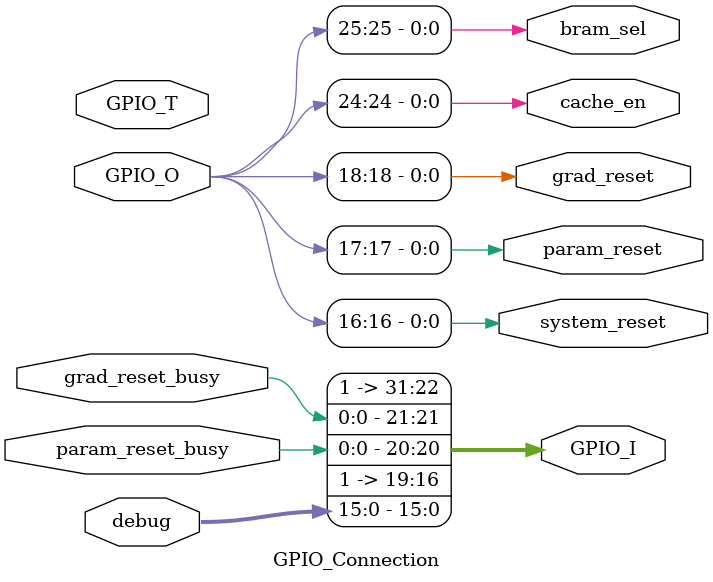
<source format=v>
module GPIO_Connection(
    output[31:0] GPIO_I,
    input[31:0] GPIO_O,
    input[31:0] GPIO_T,

    input[15:0] debug,

    output system_reset,
    output param_reset,
    output grad_reset,

    input param_reset_busy,
    input grad_reset_busy,

    output cache_en,
    output bram_sel);

    // // 0x00-0x03: forward
    // assign fw_start = GPIO_O['h00];
    // assign fw_complete = GPIO_O['h01];
    // // assign GPIO_I['h02] = fw_finish;
    // // assign GPIO_I['h03] = fw_idle;

    // // 0x04-0x07: backward
    // assign bw_start = GPIO_O['h04];
    // assign bw_complete = GPIO_O['h05];
    // // assign GPIO_I['h06] = bw_finish;
    // // assign GPIO_I['h07] = bw_idle;

    // // 0x08-0x0b: param loader
    // assign param_start = GPIO_O['h08];
    // assign param_complete = GPIO_O['h09];
    // // assign GPIO_I['h0a] = param_finish;
    // // assign GPIO_I['h0b] = param_idle;

    // // 0x0c-0x0f: grad extractor
    // assign grad_start = GPIO_O['h0c];
    // assign grad_complete = GPIO_O['h0d];
    // // assign GPIO_I['h0e] = grad_finish;
    // // assign GPIO_I['h0f] = grad_idle;

    // 0x10-0x13: reset signals
    assign system_reset = GPIO_O['h10];
    assign param_reset = GPIO_O['h11];
    assign grad_reset = GPIO_O['h12];
    
    // 0x14-0x17: reset busy signals
    // assign GPIO_I['h14] = param_reset_busy;
    // assign GPIO_I['h15] = grad_reset_busy;

    assign cache_en = GPIO_O['h18];
    assign bram_sel = GPIO_O['h19];

    assign GPIO_I = {
        // 0x1c-0x1f: not used currently
        4'b1111,
        // 0x18-0x1b:
        4'b1111,
        // 0x14-0x17: reset busy signals
        2'b11,
        grad_reset_busy,
        param_reset_busy,
        // 0x10-0x13: reset signals
        4'b1111,
        // 0x00-0x0f: debug
        debug
        // // 0x0c-0x0f: grad extractor
        // 4'b1111,
        // // 0x08-0x0b: param loader
        // 4'b1111,
        // // 0x04-0x07: backward
        // 4'b1111,
        // // 0x00-0x03: forward
        // 4'b1111
    };
endmodule

</source>
